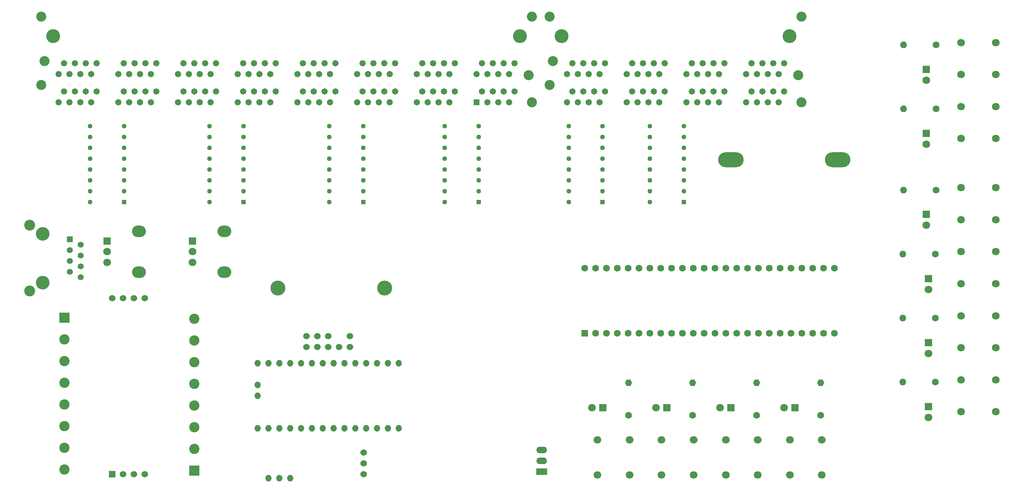
<source format=gbr>
G04 #@! TF.GenerationSoftware,KiCad,Pcbnew,(6.0.5-0)*
G04 #@! TF.CreationDate,2022-06-03T14:00:57-04:00*
G04 #@! TF.ProjectId,CentralBrain,43656e74-7261-46c4-9272-61696e2e6b69,rev?*
G04 #@! TF.SameCoordinates,Original*
G04 #@! TF.FileFunction,Soldermask,Bot*
G04 #@! TF.FilePolarity,Negative*
%FSLAX46Y46*%
G04 Gerber Fmt 4.6, Leading zero omitted, Abs format (unit mm)*
G04 Created by KiCad (PCBNEW (6.0.5-0)) date 2022-06-03 14:00:57*
%MOMM*%
%LPD*%
G01*
G04 APERTURE LIST*
%ADD10C,3.250000*%
%ADD11C,1.478000*%
%ADD12C,2.355000*%
%ADD13C,1.803400*%
%ADD14C,1.524000*%
%ADD15O,1.524000X1.524000*%
%ADD16C,1.600000*%
%ADD17O,1.600000X1.600000*%
%ADD18R,1.130000X1.130000*%
%ADD19C,1.130000*%
%ADD20R,2.500000X1.500000*%
%ADD21O,2.500000X1.500000*%
%ADD22R,1.800000X1.800000*%
%ADD23C,1.800000*%
%ADD24C,3.500000*%
%ADD25O,3.240000X2.720000*%
%ADD26O,6.000000X3.500000*%
%ADD27R,1.530000X1.530000*%
%ADD28C,1.530000*%
%ADD29R,1.600000X1.600000*%
%ADD30C,3.200000*%
%ADD31R,1.408000X1.408000*%
%ADD32C,1.408000*%
%ADD33C,2.550000*%
%ADD34R,2.400000X2.400000*%
%ADD35C,2.400000*%
%ADD36R,1.478000X1.478000*%
G04 APERTURE END LIST*
D10*
G04 #@! TO.C,J6*
X198670000Y-34000000D03*
X145330000Y-34000000D03*
D11*
X197400000Y-46954000D03*
X196130000Y-49494000D03*
X194860000Y-46954000D03*
X193590000Y-49494000D03*
X192320000Y-46954000D03*
X191050000Y-49494000D03*
X189780000Y-46954000D03*
X188510000Y-49494000D03*
X183430000Y-46954000D03*
X182160000Y-49494000D03*
X180890000Y-46954000D03*
X179620000Y-49494000D03*
X178350000Y-46954000D03*
X177080000Y-49494000D03*
X175810000Y-46954000D03*
X174540000Y-49494000D03*
X169460000Y-46954000D03*
X168190000Y-49494000D03*
X166920000Y-46954000D03*
X165650000Y-49494000D03*
X164380000Y-46954000D03*
X163110000Y-49494000D03*
X161840000Y-46954000D03*
X160570000Y-49494000D03*
X155490000Y-46954000D03*
X154220000Y-49494000D03*
X152950000Y-46954000D03*
X151680000Y-49494000D03*
X150410000Y-46954000D03*
X149140000Y-49494000D03*
X147870000Y-46954000D03*
X146600000Y-49494000D03*
X197400000Y-40350000D03*
X196130000Y-42890000D03*
X194860000Y-40350000D03*
X193590000Y-42890000D03*
X192320000Y-40350000D03*
X191050000Y-42890000D03*
X189780000Y-40350000D03*
X188510000Y-42890000D03*
X183430000Y-40350000D03*
X182160000Y-42890000D03*
X180890000Y-40350000D03*
X179620000Y-42890000D03*
X178350000Y-40350000D03*
X177080000Y-42890000D03*
X175810000Y-40350000D03*
X174540000Y-42890000D03*
X169460000Y-40350000D03*
X168190000Y-42890000D03*
X166920000Y-40350000D03*
X165650000Y-42890000D03*
X164380000Y-40350000D03*
X163110000Y-42890000D03*
X161840000Y-40350000D03*
X160570000Y-42890000D03*
X155490000Y-40350000D03*
X154220000Y-42890000D03*
X152950000Y-40350000D03*
X151680000Y-42890000D03*
X150410000Y-40350000D03*
X149140000Y-42890000D03*
X147870000Y-40350000D03*
X146600000Y-42890000D03*
D12*
X201464000Y-29428000D03*
X142536000Y-29428000D03*
X201464000Y-49494000D03*
X200702000Y-43144000D03*
X142536000Y-45430000D03*
X143298000Y-39842000D03*
G04 #@! TD*
D13*
G04 #@! TO.C,J3*
X238806800Y-57999993D03*
X247006799Y-57999993D03*
X238806800Y-50499993D03*
X247006799Y-50499993D03*
X238806800Y-42999992D03*
X247006799Y-42999992D03*
X238806800Y-35499992D03*
X247006799Y-35499992D03*
G04 #@! TD*
G04 #@! TO.C,J1*
X153776999Y-128581800D03*
X153776999Y-136781799D03*
X161276999Y-128581800D03*
X161276999Y-136781799D03*
X168776999Y-128581800D03*
X168776999Y-136781799D03*
X176276999Y-128581800D03*
X176276999Y-136781799D03*
X183777000Y-128581800D03*
X183777000Y-136781799D03*
X191277000Y-128581800D03*
X191277000Y-136781799D03*
X198777000Y-128581800D03*
X198777000Y-136781799D03*
X206277000Y-128581800D03*
X206277000Y-136781799D03*
G04 #@! TD*
G04 #@! TO.C,J2*
X238806800Y-121999993D03*
X247006799Y-121999993D03*
X238806800Y-114499993D03*
X247006799Y-114499993D03*
X238806800Y-106999993D03*
X247006799Y-106999993D03*
X238806800Y-99499993D03*
X247006799Y-99499993D03*
X238806800Y-91999992D03*
X247006799Y-91999992D03*
X238806800Y-84499992D03*
X247006799Y-84499992D03*
X238806800Y-76999992D03*
X247006799Y-76999992D03*
X238806800Y-69499992D03*
X247006799Y-69499992D03*
G04 #@! TD*
D14*
G04 #@! TO.C,U5*
X95822701Y-104236000D03*
X90742701Y-104236000D03*
D15*
X74232701Y-125826000D03*
X76772701Y-125826000D03*
X79312701Y-125826000D03*
X81852701Y-125826000D03*
X84392701Y-125826000D03*
X86932701Y-125826000D03*
X89472701Y-125826000D03*
X92012701Y-125826000D03*
X94552701Y-125826000D03*
X97092701Y-125826000D03*
X99632701Y-125826000D03*
X102172701Y-125826000D03*
X104712701Y-125826000D03*
X107252701Y-125826000D03*
X74232701Y-115666000D03*
X74232701Y-118206000D03*
X107252701Y-110586000D03*
X104712701Y-110586000D03*
X102172701Y-110586000D03*
X99632701Y-110586000D03*
X97092701Y-110586000D03*
X94552701Y-110586000D03*
X92012701Y-110586000D03*
X89472701Y-110586000D03*
X86932701Y-110586000D03*
X84392701Y-110586000D03*
X81852701Y-110586000D03*
X79312701Y-110586000D03*
X76772701Y-110586000D03*
X74232701Y-110586000D03*
D14*
X95822701Y-106776000D03*
X93282701Y-106776000D03*
X90742701Y-106776000D03*
X88202701Y-106776000D03*
X85662701Y-106776000D03*
X88202701Y-104236000D03*
X85662701Y-104236000D03*
X99023101Y-131518140D03*
X99023101Y-134098780D03*
X99023101Y-136636240D03*
D15*
X81852701Y-137510000D03*
X79312701Y-137510000D03*
X76772701Y-137510000D03*
G04 #@! TD*
D16*
G04 #@! TO.C,R7*
X232810000Y-85051992D03*
D17*
X225190000Y-85051992D03*
G04 #@! TD*
D16*
G04 #@! TO.C,R4*
X206000000Y-122810000D03*
D17*
X206000000Y-115190000D03*
G04 #@! TD*
D16*
G04 #@! TO.C,R2*
X176000000Y-122810000D03*
D17*
X176000000Y-115190000D03*
G04 #@! TD*
D16*
G04 #@! TO.C,R1*
X161000000Y-122810000D03*
D17*
X161000000Y-115190000D03*
G04 #@! TD*
D18*
G04 #@! TO.C,U7*
X70970000Y-72890000D03*
D19*
X70970000Y-70350000D03*
X70970000Y-67810000D03*
X70970000Y-65270000D03*
X70970000Y-62730000D03*
X70970000Y-60190000D03*
X70970000Y-57650000D03*
X70970000Y-55110000D03*
X63030000Y-55110000D03*
X63030000Y-57650000D03*
X63030000Y-60190000D03*
X63030000Y-62730000D03*
X63030000Y-65270000D03*
X63030000Y-67810000D03*
X63030000Y-70350000D03*
X63030000Y-72890000D03*
G04 #@! TD*
D20*
G04 #@! TO.C,U4*
X140682500Y-136000000D03*
D21*
X140682500Y-133460000D03*
X140682500Y-130920000D03*
G04 #@! TD*
D18*
G04 #@! TO.C,U11*
X154970000Y-72890000D03*
D19*
X154970000Y-70350000D03*
X154970000Y-67810000D03*
X154970000Y-65270000D03*
X154970000Y-62730000D03*
X154970000Y-60190000D03*
X154970000Y-57650000D03*
X154970000Y-55110000D03*
X147030000Y-55110000D03*
X147030000Y-57650000D03*
X147030000Y-60190000D03*
X147030000Y-62730000D03*
X147030000Y-65270000D03*
X147030000Y-67810000D03*
X147030000Y-70350000D03*
X147030000Y-72890000D03*
G04 #@! TD*
D22*
G04 #@! TO.C,D7*
X231225000Y-90776992D03*
D23*
X231225000Y-93316992D03*
G04 #@! TD*
D16*
G04 #@! TO.C,R9*
X233000000Y-51051992D03*
D17*
X225380000Y-51051992D03*
G04 #@! TD*
D18*
G04 #@! TO.C,U8*
X125970000Y-72890000D03*
D19*
X125970000Y-70350000D03*
X125970000Y-67810000D03*
X125970000Y-65270000D03*
X125970000Y-62730000D03*
X125970000Y-60190000D03*
X125970000Y-57650000D03*
X125970000Y-55110000D03*
X118030000Y-55110000D03*
X118030000Y-57650000D03*
X118030000Y-60190000D03*
X118030000Y-62730000D03*
X118030000Y-65270000D03*
X118030000Y-67810000D03*
X118030000Y-70350000D03*
X118030000Y-72890000D03*
G04 #@! TD*
D24*
G04 #@! TO.C,H3*
X104000000Y-93000000D03*
G04 #@! TD*
D22*
G04 #@! TO.C,D3*
X185000000Y-121000000D03*
D23*
X182460000Y-121000000D03*
G04 #@! TD*
D22*
G04 #@! TO.C,D8*
X230725000Y-75776992D03*
D23*
X230725000Y-78316992D03*
G04 #@! TD*
D18*
G04 #@! TO.C,U9*
X42970000Y-72890000D03*
D19*
X42970000Y-70350000D03*
X42970000Y-67810000D03*
X42970000Y-65270000D03*
X42970000Y-62730000D03*
X42970000Y-60190000D03*
X42970000Y-57650000D03*
X42970000Y-55110000D03*
X35030000Y-55110000D03*
X35030000Y-57650000D03*
X35030000Y-60190000D03*
X35030000Y-62730000D03*
X35030000Y-65270000D03*
X35030000Y-67810000D03*
X35030000Y-70350000D03*
X35030000Y-72890000D03*
G04 #@! TD*
D16*
G04 #@! TO.C,R10*
X233000000Y-36051992D03*
D17*
X225380000Y-36051992D03*
G04 #@! TD*
D25*
G04 #@! TO.C,RV2*
X46500000Y-89300000D03*
X46500000Y-79700000D03*
D22*
X39000000Y-82000000D03*
D23*
X39000000Y-84500000D03*
X39000000Y-87000000D03*
G04 #@! TD*
D26*
G04 #@! TO.C,H4*
X185000000Y-63000000D03*
G04 #@! TD*
D27*
G04 #@! TO.C,U1*
X40190000Y-136600000D03*
D28*
X42730000Y-136600000D03*
X45270000Y-136600000D03*
X47810000Y-136600000D03*
X47810000Y-95380000D03*
X45270000Y-95380000D03*
X42730000Y-95380000D03*
X40190000Y-95380000D03*
G04 #@! TD*
D22*
G04 #@! TO.C,D9*
X230725000Y-56776992D03*
D23*
X230725000Y-59316992D03*
G04 #@! TD*
D16*
G04 #@! TO.C,R8*
X233000000Y-70051992D03*
D17*
X225380000Y-70051992D03*
G04 #@! TD*
D22*
G04 #@! TO.C,D10*
X230725000Y-41776992D03*
D23*
X230725000Y-44316992D03*
G04 #@! TD*
D29*
G04 #@! TO.C,U3*
X150790000Y-103620000D03*
D16*
X153330000Y-103620000D03*
X155870000Y-103620000D03*
X158410000Y-103620000D03*
X160950000Y-103620000D03*
X163490000Y-103620000D03*
X166030000Y-103620000D03*
X168570000Y-103620000D03*
X171110000Y-103620000D03*
X173650000Y-103620000D03*
X176190000Y-103620000D03*
X178730000Y-103620000D03*
X181270000Y-103620000D03*
X183810000Y-103620000D03*
X186350000Y-103620000D03*
X188890000Y-103620000D03*
X191430000Y-103620000D03*
X193970000Y-103620000D03*
X196510000Y-103620000D03*
X199050000Y-103620000D03*
X201590000Y-103620000D03*
X204130000Y-103620000D03*
X206670000Y-103620000D03*
X209210000Y-103620000D03*
X209210000Y-88380000D03*
X206670000Y-88380000D03*
X204130000Y-88380000D03*
X201590000Y-88380000D03*
X199050000Y-88380000D03*
X196510000Y-88380000D03*
X193970000Y-88380000D03*
X191430000Y-88380000D03*
X188890000Y-88380000D03*
X186350000Y-88380000D03*
X183810000Y-88380000D03*
X181270000Y-88380000D03*
X178730000Y-88380000D03*
X176190000Y-88380000D03*
X173650000Y-88380000D03*
X171110000Y-88380000D03*
X168570000Y-88380000D03*
X166030000Y-88380000D03*
X163490000Y-88380000D03*
X160950000Y-88380000D03*
X158410000Y-88380000D03*
X155870000Y-88380000D03*
X153330000Y-88380000D03*
X150790000Y-88380000D03*
G04 #@! TD*
D22*
G04 #@! TO.C,D4*
X200000000Y-121000000D03*
D23*
X197460000Y-121000000D03*
G04 #@! TD*
D24*
G04 #@! TO.C,H1*
X79000000Y-93000000D03*
G04 #@! TD*
D18*
G04 #@! TO.C,U10*
X173970000Y-72890000D03*
D19*
X173970000Y-70350000D03*
X173970000Y-67810000D03*
X173970000Y-65270000D03*
X173970000Y-62730000D03*
X173970000Y-60190000D03*
X173970000Y-57650000D03*
X173970000Y-55110000D03*
X166030000Y-55110000D03*
X166030000Y-57650000D03*
X166030000Y-60190000D03*
X166030000Y-62730000D03*
X166030000Y-65270000D03*
X166030000Y-67810000D03*
X166030000Y-70350000D03*
X166030000Y-72890000D03*
G04 #@! TD*
D22*
G04 #@! TO.C,D1*
X155000000Y-121000000D03*
D23*
X152460000Y-121000000D03*
G04 #@! TD*
D22*
G04 #@! TO.C,D5*
X231225000Y-120776992D03*
D23*
X231225000Y-123316992D03*
G04 #@! TD*
D30*
G04 #@! TO.C,J7*
X24000000Y-91715000D03*
X24000000Y-80285000D03*
D31*
X30350000Y-81555000D03*
D32*
X32890000Y-82825000D03*
X30350000Y-84095000D03*
X32890000Y-85365000D03*
X30350000Y-86635000D03*
X32890000Y-87905000D03*
X30350000Y-89175000D03*
X32890000Y-90445000D03*
D33*
X20950000Y-78285000D03*
X20950000Y-93715000D03*
G04 #@! TD*
D25*
G04 #@! TO.C,RV1*
X66500000Y-79700000D03*
X66500000Y-89300000D03*
D22*
X59000000Y-82000000D03*
D23*
X59000000Y-84500000D03*
X59000000Y-87000000D03*
G04 #@! TD*
D34*
G04 #@! TO.C,J4*
X59462500Y-135780000D03*
D35*
X59462500Y-130700000D03*
X59462500Y-125620000D03*
X59462500Y-120540000D03*
X59462500Y-115460000D03*
X59462500Y-110380000D03*
X59462500Y-105300000D03*
X59462500Y-100220000D03*
G04 #@! TD*
D16*
G04 #@! TO.C,R3*
X191000000Y-122810000D03*
D17*
X191000000Y-115190000D03*
G04 #@! TD*
D34*
G04 #@! TO.C,J8*
X29000000Y-100000000D03*
D35*
X29000000Y-105080000D03*
X29000000Y-110160000D03*
X29000000Y-115240000D03*
X29000000Y-120320000D03*
X29000000Y-125400000D03*
X29000000Y-130480000D03*
X29000000Y-135560000D03*
G04 #@! TD*
D22*
G04 #@! TO.C,D6*
X231225000Y-105776992D03*
D23*
X231225000Y-108316992D03*
G04 #@! TD*
D16*
G04 #@! TO.C,R6*
X232810000Y-100051992D03*
D17*
X225190000Y-100051992D03*
G04 #@! TD*
D16*
G04 #@! TO.C,R5*
X232810000Y-115051992D03*
D17*
X225190000Y-115051992D03*
G04 #@! TD*
D18*
G04 #@! TO.C,U6*
X98970000Y-72890000D03*
D19*
X98970000Y-70350000D03*
X98970000Y-67810000D03*
X98970000Y-65270000D03*
X98970000Y-62730000D03*
X98970000Y-60190000D03*
X98970000Y-57650000D03*
X98970000Y-55110000D03*
X91030000Y-55110000D03*
X91030000Y-57650000D03*
X91030000Y-60190000D03*
X91030000Y-62730000D03*
X91030000Y-65270000D03*
X91030000Y-67810000D03*
X91030000Y-70350000D03*
X91030000Y-72890000D03*
G04 #@! TD*
D26*
G04 #@! TO.C,H6*
X210000000Y-63000000D03*
G04 #@! TD*
D22*
G04 #@! TO.C,D2*
X170000000Y-121000000D03*
D23*
X167460000Y-121000000D03*
G04 #@! TD*
D10*
G04 #@! TO.C,J5*
X26390000Y-34000000D03*
X135610000Y-34000000D03*
D36*
X125450000Y-49490000D03*
D11*
X126720000Y-46950000D03*
X127990000Y-49490000D03*
X129260000Y-46950000D03*
X130530000Y-49490000D03*
X131800000Y-46950000D03*
X133070000Y-49490000D03*
X134340000Y-46950000D03*
X111480000Y-49490000D03*
X112750000Y-46950000D03*
X114020000Y-49490000D03*
X115290000Y-46950000D03*
X116560000Y-49490000D03*
X117830000Y-46950000D03*
X119100000Y-49490000D03*
X120370000Y-46950000D03*
X97510000Y-49490000D03*
X98780000Y-46950000D03*
X100050000Y-49490000D03*
X101320000Y-46950000D03*
X102590000Y-49490000D03*
X103860000Y-46950000D03*
X105130000Y-49490000D03*
X106400000Y-46950000D03*
X83540000Y-49490000D03*
X84810000Y-46950000D03*
X86080000Y-49490000D03*
X87350000Y-46950000D03*
X88620000Y-49490000D03*
X89890000Y-46950000D03*
X91160000Y-49490000D03*
X92430000Y-46950000D03*
X69570000Y-49490000D03*
X70840000Y-46950000D03*
X72110000Y-49490000D03*
X73380000Y-46950000D03*
X74650000Y-49490000D03*
X75920000Y-46950000D03*
X77190000Y-49490000D03*
X78460000Y-46950000D03*
X55600000Y-49490000D03*
X56870000Y-46950000D03*
X58140000Y-49490000D03*
X59410000Y-46950000D03*
X60680000Y-49490000D03*
X61950000Y-46950000D03*
X63220000Y-49490000D03*
X64490000Y-46950000D03*
X41630000Y-49490000D03*
X42900000Y-46950000D03*
X44170000Y-49490000D03*
X45440000Y-46950000D03*
X46710000Y-49490000D03*
X47980000Y-46950000D03*
X49250000Y-49490000D03*
X50520000Y-46950000D03*
X27660000Y-49490000D03*
X28930000Y-46950000D03*
X30200000Y-49490000D03*
X31470000Y-46950000D03*
X32740000Y-49490000D03*
X34010000Y-46950000D03*
X35280000Y-49490000D03*
X36550000Y-46950000D03*
X134340000Y-40350000D03*
X133070000Y-42890000D03*
X131800000Y-40350000D03*
X130530000Y-42890000D03*
X129260000Y-40350000D03*
X127990000Y-42890000D03*
X126720000Y-40350000D03*
X125450000Y-42890000D03*
X120370000Y-40350000D03*
X119100000Y-42890000D03*
X117830000Y-40350000D03*
X116560000Y-42890000D03*
X115290000Y-40350000D03*
X114020000Y-42890000D03*
X112750000Y-40350000D03*
X111480000Y-42890000D03*
X106400000Y-40350000D03*
X105130000Y-42890000D03*
X103860000Y-40350000D03*
X102590000Y-42890000D03*
X101320000Y-40350000D03*
X100050000Y-42890000D03*
X98780000Y-40350000D03*
X97510000Y-42890000D03*
X92430000Y-40350000D03*
X91160000Y-42890000D03*
X89890000Y-40350000D03*
X88620000Y-42890000D03*
X87350000Y-40350000D03*
X86080000Y-42890000D03*
X84810000Y-40350000D03*
X83540000Y-42890000D03*
X78460000Y-40350000D03*
X77190000Y-42890000D03*
X75920000Y-40350000D03*
X74650000Y-42890000D03*
X73380000Y-40350000D03*
X72110000Y-42890000D03*
X70840000Y-40350000D03*
X69570000Y-42890000D03*
X64490000Y-40350000D03*
X63220000Y-42890000D03*
X61950000Y-40350000D03*
X60680000Y-42890000D03*
X59410000Y-40350000D03*
X58140000Y-42890000D03*
X56870000Y-40350000D03*
X55600000Y-42890000D03*
X50520000Y-40350000D03*
X49250000Y-42890000D03*
X47980000Y-40350000D03*
X46710000Y-42890000D03*
X45440000Y-40350000D03*
X44170000Y-42890000D03*
X42900000Y-40350000D03*
X41630000Y-42890000D03*
X36550000Y-40350000D03*
X35280000Y-42890000D03*
X34010000Y-40350000D03*
X32740000Y-42890000D03*
X31470000Y-40350000D03*
X30200000Y-42890000D03*
X28930000Y-40350000D03*
X27660000Y-42890000D03*
D12*
X138400000Y-49490000D03*
X137640000Y-43140000D03*
X138400000Y-29430000D03*
X23600000Y-45430000D03*
X24360000Y-39840000D03*
X23600000Y-29430000D03*
G04 #@! TD*
M02*

</source>
